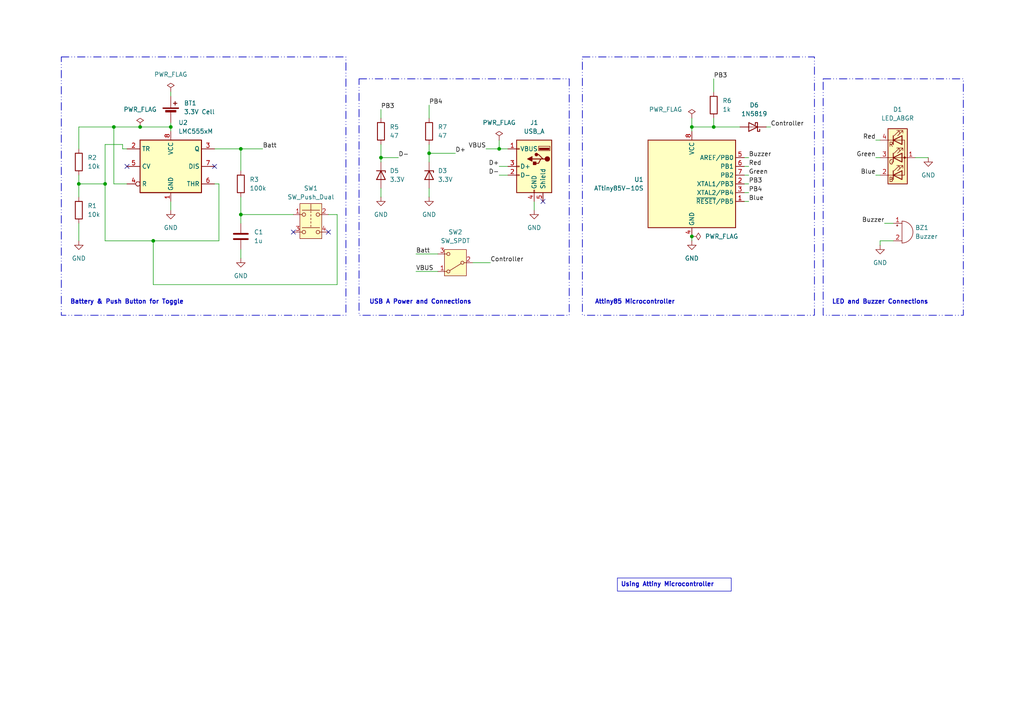
<source format=kicad_sch>
(kicad_sch (version 20231120) (generator "eeschema") (generator_version "8.0")
  (paper "A4")
  (title_block (title "Programmable RGB and Buzzer with USB") (date "2024-07-05") (rev "v.01") (company "Vaibhav Nrupnarayan"))
  (lib_symbols
    (symbol "Connector:USB_A" (pin_names (offset 1.016))
      (property "Reference" "J" (at -5.08 11.43 0))
      (property "Value" "USB_A" (at -5.08 8.89 0))
      (symbol "USB_A_0_1"
        (rectangle (start -5.08 -7.62) (end 5.08 7.62) (stroke (width 0.254)) (fill (type background)))
        (circle (center -3.81 2.159) (radius 0.635) (stroke (width 0.254)) (fill (type outline)))
        (rectangle (start -1.524 4.826) (end -4.318 5.334) (fill (type outline)))
        (rectangle (start -1.27 4.572) (end -4.572 5.842))
        (circle (center -0.635 3.429) (radius 0.381) (stroke (width 0.254)) (fill (type outline)))
        (rectangle (start -0.127 -7.62) (end 0.127 -6.858))
        (polyline (pts (xy -3.175 2.159) (xy -2.54 2.159) (xy -1.27 3.429) (xy -0.635 3.429)) (stroke (width 0.254)))
        (polyline (pts (xy -2.54 2.159) (xy -1.905 2.159) (xy -1.27 0.889) (xy 0 0.889)) (stroke (width 0.254)))
        (polyline (pts (xy 0.635 2.794) (xy 0.635 1.524) (xy 1.905 2.159) (xy 0.635 2.794)) (stroke (width 0.254)) (fill (type outline)))
        (rectangle (start 0.254 1.27) (end -0.508 0.508) (stroke (width 0.254)) (fill (type outline)))
        (rectangle (start 5.08 -2.667) (end 4.318 -2.413))
        (rectangle (start 5.08 -0.127) (end 4.318 0.127))
        (rectangle (start 5.08 4.953) (end 4.318 5.207))
      )
      (symbol "USB_A_1_1"
        (polyline (pts (xy -1.905 2.159) (xy 0.635 2.159)) (stroke (width 0.254)))
        (pin power_in line (at 7.62 5.08 180) (length 2.54) (name "VBUS") (number "1"))
        (pin bidirectional line (at 7.62 -2.54 180) (length 2.54) (name "D-") (number "2"))
        (pin bidirectional line (at 7.62 0 180) (length 2.54) (name "D+") (number "3"))
        (pin power_in line (at 0 -10.16 90) (length 2.54) (name "GND") (number "4"))
        (pin passive line (at -2.54 -10.16 90) (length 2.54) (name "Shield") (number "5"))
      )
    )
    (symbol "Device:Battery_Cell" (pin_numbers hide) (pin_names (offset 0) hide)
      (property "Reference" "BT" (at 2.54 2.54 0))
      (property "Value" "Battery_Cell" (at 2.54 0 0))
      (symbol "Battery_Cell_0_1"
        (rectangle (start -2.286 1.778) (end 2.286 1.524) (fill (type outline)))
        (rectangle (start -1.524 1.016) (end 1.524 0.508) (fill (type outline)))
        (polyline (pts (xy 0 0.762) (xy 0 0)))
        (polyline (pts (xy 0 1.778) (xy 0 2.54)))
        (polyline (pts (xy 0.762 3.048) (xy 1.778 3.048)) (stroke (width 0.254)))
        (polyline (pts (xy 1.27 3.556) (xy 1.27 2.54)) (stroke (width 0.254)))
      )
      (symbol "Battery_Cell_1_1"
        (pin passive line (at 0 5.08 270) (length 2.54) (name "+") (number "1"))
        (pin passive line (at 0 -2.54 90) (length 2.54) (name "-") (number "2"))
      )
    )
    (symbol "Device:Buzzer" (pin_names (offset 0.0254) hide)
      (property "Reference" "BZ" (at 3.81 1.27 0))
      (property "Value" "Buzzer" (at 3.81 -1.27 0))
      (symbol "Buzzer_0_1"
        (arc (start 0 -3.175) (mid 3.1612 0) (end 0 3.175))
        (polyline (pts (xy -1.651 1.905) (xy -1.143 1.905)))
        (polyline (pts (xy -1.397 2.159) (xy -1.397 1.651)))
        (polyline (pts (xy 0 3.175) (xy 0 -3.175)))
      )
      (symbol "Buzzer_1_1"
        (pin passive line (at -2.54 2.54 0) (length 2.54) (name "+") (number "1"))
        (pin passive line (at -2.54 -2.54 0) (length 2.54) (name "-") (number "2"))
      )
    )
    (symbol "Device:C" (pin_numbers hide) (pin_names (offset 0.254))
      (property "Reference" "C" (at 0.635 2.54 0))
      (property "Value" "C" (at 0.635 -2.54 0))
      (symbol "C_0_1"
        (polyline (pts (xy -2.032 -0.762) (xy 2.032 -0.762)) (stroke (width 0.508)))
        (polyline (pts (xy -2.032 0.762) (xy 2.032 0.762)) (stroke (width 0.508)))
      )
      (symbol "C_1_1"
        (pin passive line (at 0 3.81 270) (length 2.794) (name "~") (number "1"))
        (pin passive line (at 0 -3.81 90) (length 2.794) (name "~") (number "2"))
      )
    )
    (symbol "Device:D_Zener" (pin_numbers hide) (pin_names (offset 1.016) hide)
      (property "Reference" "D" (at 0 2.54 0))
      (property "Value" "D_Zener" (at 0 -2.54 0))
      (symbol "D_Zener_0_1"
        (polyline (pts (xy 1.27 0) (xy -1.27 0)))
        (polyline (pts (xy -1.27 -1.27) (xy -1.27 1.27) (xy -0.762 1.27)) (stroke (width 0.254)))
        (polyline (pts (xy 1.27 -1.27) (xy 1.27 1.27) (xy -1.27 0) (xy 1.27 -1.27)) (stroke (width 0.254)))
      )
      (symbol "D_Zener_1_1"
        (pin passive line (at -3.81 0 0) (length 2.54) (name "K") (number "1"))
        (pin passive line (at 3.81 0 180) (length 2.54) (name "A") (number "2"))
      )
    )
    (symbol "Device:LED_ABGR" (pin_names (offset 0) hide)
      (property "Reference" "D" (at 0 9.398 0))
      (property "Value" "LED_ABGR" (at 0 -8.89 0))
      (symbol "LED_ABGR_0_0"
        (text "B" (at -1.905 -6.35 0) (effects (font (size 1.27 1.27))))
        (text "G" (at -1.905 -1.27 0) (effects (font (size 1.27 1.27))))
        (text "R" (at -1.905 3.81 0) (effects (font (size 1.27 1.27))))
      )
      (symbol "LED_ABGR_0_1"
        (polyline (pts (xy -1.27 -5.08) (xy -2.54 -5.08)))
        (polyline (pts (xy -1.27 -5.08) (xy 1.27 -5.08)))
        (polyline (pts (xy -1.27 -3.81) (xy -1.27 -6.35)) (stroke (width 0.254)))
        (polyline (pts (xy -1.27 0) (xy -2.54 0)))
        (polyline (pts (xy -1.27 1.27) (xy -1.27 -1.27)) (stroke (width 0.254)))
        (polyline (pts (xy -1.27 5.08) (xy -2.54 5.08)))
        (polyline (pts (xy -1.27 5.08) (xy 1.27 5.08)))
        (polyline (pts (xy -1.27 6.35) (xy -1.27 3.81)) (stroke (width 0.254)))
        (polyline (pts (xy 1.27 0) (xy -1.27 0)))
        (polyline (pts (xy 1.27 0) (xy 2.54 0)))
        (polyline (pts (xy -1.27 1.27) (xy -1.27 -1.27) (xy -1.27 -1.27)))
        (polyline (pts (xy -1.27 6.35) (xy -1.27 3.81) (xy -1.27 3.81)))
        (polyline (pts (xy 1.27 -5.08) (xy 2.032 -5.08) (xy 2.032 5.08) (xy 1.27 5.08)))
        (polyline (pts (xy 1.27 -3.81) (xy 1.27 -6.35) (xy -1.27 -5.08) (xy 1.27 -3.81)) (stroke (width 0.254)))
        (polyline (pts (xy 1.27 1.27) (xy 1.27 -1.27) (xy -1.27 0) (xy 1.27 1.27)) (stroke (width 0.254)))
        (polyline (pts (xy 1.27 6.35) (xy 1.27 3.81) (xy -1.27 5.08) (xy 1.27 6.35)) (stroke (width 0.254)))
        (polyline (pts (xy -1.016 -3.81) (xy 0.508 -2.286) (xy -0.254 -2.286) (xy 0.508 -2.286) (xy 0.508 -3.048)))
        (polyline (pts (xy -1.016 1.27) (xy 0.508 2.794) (xy -0.254 2.794) (xy 0.508 2.794) (xy 0.508 2.032)))
        (polyline (pts (xy -1.016 6.35) (xy 0.508 7.874) (xy -0.254 7.874) (xy 0.508 7.874) (xy 0.508 7.112)))
        (polyline (pts (xy 0 -3.81) (xy 1.524 -2.286) (xy 0.762 -2.286) (xy 1.524 -2.286) (xy 1.524 -3.048)))
        (polyline (pts (xy 0 1.27) (xy 1.524 2.794) (xy 0.762 2.794) (xy 1.524 2.794) (xy 1.524 2.032)))
        (polyline (pts (xy 0 6.35) (xy 1.524 7.874) (xy 0.762 7.874) (xy 1.524 7.874) (xy 1.524 7.112)))
        (rectangle (start 1.27 -1.27) (end 1.27 1.27))
        (rectangle (start 1.27 1.27) (end 1.27 1.27))
        (rectangle (start 1.27 3.81) (end 1.27 6.35))
        (rectangle (start 1.27 6.35) (end 1.27 6.35))
        (circle (center 2.032 0) (radius 0.254) (fill (type outline)))
        (rectangle (start 2.794 8.382) (end -2.794 -7.62) (stroke (width 0.254)) (fill (type background)))
      )
      (symbol "LED_ABGR_1_1"
        (pin passive line (at 5.08 0 180) (length 2.54) (name "A") (number "1"))
        (pin passive line (at -5.08 -5.08 0) (length 2.54) (name "BK") (number "2"))
        (pin passive line (at -5.08 0 0) (length 2.54) (name "GK") (number "3"))
        (pin passive line (at -5.08 5.08 0) (length 2.54) (name "RK") (number "4"))
      )
    )
    (symbol "Device:R" (pin_numbers hide) (pin_names (offset 0))
      (property "Reference" "R" (at 2.032 0 90))
      (property "Value" "R" (at 0 0 90))
      (symbol "R_0_1"
        (rectangle (start -1.016 -2.54) (end 1.016 2.54) (stroke (width 0.254)))
      )
      (symbol "R_1_1"
        (pin passive line (at 0 3.81 270) (length 1.27) (name "~") (number "1"))
        (pin passive line (at 0 -3.81 90) (length 1.27) (name "~") (number "2"))
      )
    )
    (symbol "Diode:1N5819" (pin_numbers hide) (pin_names (offset 1.016) hide)
      (property "Reference" "D" (at 0 2.54 0))
      (property "Value" "1N5819" (at 0 -2.54 0))
      (symbol "1N5819_0_1"
        (polyline (pts (xy 1.27 0) (xy -1.27 0)))
        (polyline (pts (xy 1.27 1.27) (xy 1.27 -1.27) (xy -1.27 0) (xy 1.27 1.27)) (stroke (width 0.254)))
        (polyline (pts (xy -1.905 0.635) (xy -1.905 1.27) (xy -1.27 1.27) (xy -1.27 -1.27) (xy -0.635 -1.27) (xy -0.635 -0.635)) (stroke (width 0.254)))
      )
      (symbol "1N5819_1_1"
        (pin passive line (at -3.81 0 0) (length 2.54) (name "K") (number "1"))
        (pin passive line (at 3.81 0 180) (length 2.54) (name "A") (number "2"))
      )
    )
    (symbol "MCU_Microchip_ATtiny:ATtiny85V-10S"
      (property "Reference" "U" (at -12.7 13.97 0))
      (property "Value" "ATtiny85V-10S" (at 2.54 -13.97 0))
      (symbol "ATtiny85V-10S_0_1"
        (rectangle (start -12.7 -12.7) (end 12.7 12.7) (stroke (width 0.254)) (fill (type background)))
      )
      (symbol "ATtiny85V-10S_1_1"
        (pin bidirectional line (at 15.24 -5.08 180) (length 2.54) (name "~{RESET}/PB5") (number "1"))
        (pin bidirectional line (at 15.24 0 180) (length 2.54) (name "XTAL1/PB3") (number "2"))
        (pin bidirectional line (at 15.24 -2.54 180) (length 2.54) (name "XTAL2/PB4") (number "3"))
        (pin power_in line (at 0 -15.24 90) (length 2.54) (name "GND") (number "4"))
        (pin bidirectional line (at 15.24 7.62 180) (length 2.54) (name "AREF/PB0") (number "5"))
        (pin bidirectional line (at 15.24 5.08 180) (length 2.54) (name "PB1") (number "6"))
        (pin bidirectional line (at 15.24 2.54 180) (length 2.54) (name "PB2") (number "7"))
        (pin power_in line (at 0 15.24 270) (length 2.54) (name "VCC") (number "8"))
      )
    )
    (symbol "Switch:SW_Push_Dual" (pin_names (offset 1.016) hide)
      (property "Reference" "SW" (at 0 7.62 0))
      (property "Value" "SW_Push_Dual" (at 0 -6.35 0))
      (symbol "SW_Push_Dual_0_1"
        (circle (center -2.032 -2.54) (radius 0.508))
        (circle (center -2.032 2.54) (radius 0.508))
        (polyline (pts (xy 0 -0.508) (xy 0 -1.016)))
        (polyline (pts (xy 0 0.508) (xy 0 0)))
        (polyline (pts (xy 0 1.016) (xy 0 1.524)))
        (polyline (pts (xy 0 2.032) (xy 0 2.54)))
        (polyline (pts (xy 0 3.048) (xy 0 3.556)))
        (polyline (pts (xy 0 3.81) (xy 0 5.588)))
        (polyline (pts (xy 2.54 -1.27) (xy -2.54 -1.27)))
        (polyline (pts (xy 2.54 3.81) (xy -2.54 3.81)))
        (circle (center 2.032 -2.54) (radius 0.508))
        (circle (center 2.032 2.54) (radius 0.508))
        (pin passive line (at -5.08 2.54 0) (length 2.54) (name "1") (number "1"))
        (pin passive line (at 5.08 2.54 180) (length 2.54) (name "2") (number "2"))
        (pin passive line (at -5.08 -2.54 0) (length 2.54) (name "3") (number "3"))
        (pin passive line (at 5.08 -2.54 180) (length 2.54) (name "4") (number "4"))
      )
      (symbol "SW_Push_Dual_1_1"
        (rectangle (start -3.175 5.715) (end 3.175 -4.445) (fill (type background)))
      )
    )
    (symbol "Switch:SW_SPDT" (pin_names (offset 0) hide)
      (property "Reference" "SW" (at 0 5.08 0))
      (property "Value" "SW_SPDT" (at 0 -5.08 0))
      (symbol "SW_SPDT_0_1"
        (circle (center -2.032 0) (radius 0.4572))
        (polyline (pts (xy -1.651 0.254) (xy 1.651 2.286)))
        (circle (center 2.032 -2.54) (radius 0.4572))
        (circle (center 2.032 2.54) (radius 0.4572))
      )
      (symbol "SW_SPDT_1_1"
        (rectangle (start -3.175 3.81) (end 3.175 -3.81) (fill (type background)))
        (pin passive line (at 5.08 2.54 180) (length 2.54) (name "A") (number "1"))
        (pin passive line (at -5.08 0 0) (length 2.54) (name "B") (number "2"))
        (pin passive line (at 5.08 -2.54 180) (length 2.54) (name "C") (number "3"))
      )
    )
    (symbol "Timer:LMC555xM"
      (property "Reference" "U" (at -10.16 8.89 0))
      (property "Value" "LMC555xM" (at 2.54 8.89 0))
      (symbol "LMC555xM_0_0"
        (pin power_in line (at 0 -10.16 90) (length 2.54) (name "GND") (number "1"))
        (pin power_in line (at 0 10.16 270) (length 2.54) (name "VCC") (number "8"))
      )
      (symbol "LMC555xM_0_1"
        (rectangle (start -8.89 -7.62) (end 8.89 7.62) (stroke (width 0.254)) (fill (type background)))
        (rectangle (start -8.89 -7.62) (end 8.89 7.62) (stroke (width 0.254)) (fill (type background)))
      )
      (symbol "LMC555xM_1_1"
        (pin input line (at -12.7 5.08 0) (length 3.81) (name "TR") (number "2"))
        (pin output line (at 12.7 5.08 180) (length 3.81) (name "Q") (number "3"))
        (pin input inverted (at -12.7 -5.08 0) (length 3.81) (name "R") (number "4"))
        (pin input line (at -12.7 0 0) (length 3.81) (name "CV") (number "5"))
        (pin input line (at 12.7 -5.08 180) (length 3.81) (name "THR") (number "6"))
        (pin input line (at 12.7 0 180) (length 3.81) (name "DIS") (number "7"))
      )
    )
    (symbol "power:GND" (power) (pin_numbers hide) (pin_names (offset 0) hide)
      (property "Value" "GND" (at 0 -3.81 0))
      (symbol "GND_0_1"
        (polyline (pts (xy 0 0) (xy 0 -1.27) (xy 1.27 -1.27) (xy 0 -2.54) (xy -1.27 -1.27) (xy 0 -1.27)))
      )
      (symbol "GND_1_1"
        (pin power_in line (at 0 0 270) (length 0) (name "~") (number "1"))
      )
    )
    (symbol "power:PWR_FLAG" (power) (pin_numbers hide) (pin_names (offset 0) hide)
      (property "Value" "PWR_FLAG" (at 0 3.81 0))
      (symbol "PWR_FLAG_0_0"
        (pin power_out line (at 0 0 90) (length 0) (name "~") (number "1"))
      )
      (symbol "PWR_FLAG_0_1"
        (polyline (pts (xy 0 0) (xy 0 1.27) (xy -1.016 1.905) (xy 0 2.54) (xy 1.016 1.905) (xy 0 1.27)))
      )
    )
  )
  (junction (at 22.86 53.34))
  (junction (at 33.02 36.83))
  (junction (at 144.78 43.18))
  (junction (at 124.46 44.45))
  (junction (at 44.45 69.85))
  (junction (at 200.66 68.58))
  (junction (at 207.01 36.83))
  (junction (at 200.66 36.83))
  (junction (at 30.48 53.34))
  (junction (at 69.85 43.18))
  (junction (at 40.64 36.83))
  (junction (at 110.49 45.72))
  (junction (at 69.85 62.23))
  (junction (at 49.53 36.83))
  (no_connect (at 95.25 67.31))
  (no_connect (at 85.09 67.31))
  (no_connect (at 36.83 48.26))
  (no_connect (at 62.23 48.26))
  (no_connect (at 157.48 58.42))
  (wire (pts (xy 217.17 48.26) (xy 215.9 48.26)))
  (wire (pts (xy 256.54 64.77) (xy 259.08 64.77)))
  (wire (pts (xy 200.66 69.85) (xy 200.66 68.58)))
  (wire (pts (xy 62.23 53.34) (xy 63.5 53.34)))
  (wire (pts (xy 110.49 45.72) (xy 110.49 46.99)))
  (wire (pts (xy 30.48 41.91) (xy 30.48 53.34)))
  (wire (pts (xy 124.46 44.45) (xy 132.08 44.45)))
  (wire (pts (xy 254 50.8) (xy 255.27 50.8)))
  (wire (pts (xy 144.78 50.8) (xy 147.32 50.8)))
  (wire (pts (xy 69.85 49.53) (xy 69.85 43.18)))
  (wire (pts (xy 35.56 41.91) (xy 35.56 43.18)))
  (wire (pts (xy 144.78 48.26) (xy 147.32 48.26)))
  (wire (pts (xy 215.9 50.8) (xy 217.17 50.8)))
  (wire (pts (xy 49.53 36.83) (xy 49.53 38.1)))
  (wire (pts (xy 217.17 53.34) (xy 215.9 53.34)))
  (wire (pts (xy 222.25 36.83) (xy 223.52 36.83)))
  (wire (pts (xy 22.86 36.83) (xy 33.02 36.83)))
  (wire (pts (xy 110.49 41.91) (xy 110.49 45.72)))
  (wire (pts (xy 110.49 54.61) (xy 110.49 57.15)))
  (wire (pts (xy 33.02 53.34) (xy 33.02 36.83)))
  (wire (pts (xy 124.46 44.45) (xy 124.46 46.99)))
  (wire (pts (xy 69.85 72.39) (xy 69.85 74.93)))
  (wire (pts (xy 69.85 62.23) (xy 85.09 62.23)))
  (wire (pts (xy 49.53 58.42) (xy 49.53 60.96)))
  (wire (pts (xy 63.5 53.34) (xy 63.5 69.85)))
  (wire (pts (xy 207.01 36.83) (xy 214.63 36.83)))
  (wire (pts (xy 254 40.64) (xy 255.27 40.64)))
  (wire (pts (xy 97.79 82.55) (xy 44.45 82.55)))
  (wire (pts (xy 97.79 62.23) (xy 95.25 62.23)))
  (wire (pts (xy 30.48 41.91) (xy 35.56 41.91)))
  (wire (pts (xy 137.16 76.2) (xy 142.24 76.2)))
  (wire (pts (xy 30.48 69.85) (xy 30.48 53.34)))
  (wire (pts (xy 215.9 58.42) (xy 217.17 58.42)))
  (wire (pts (xy 62.23 43.18) (xy 69.85 43.18)))
  (wire (pts (xy 69.85 62.23) (xy 69.85 64.77)))
  (wire (pts (xy 124.46 54.61) (xy 124.46 57.15)))
  (wire (pts (xy 200.66 34.29) (xy 200.66 36.83)))
  (wire (pts (xy 30.48 53.34) (xy 22.86 53.34)))
  (wire (pts (xy 144.78 40.64) (xy 144.78 43.18)))
  (wire (pts (xy 110.49 31.75) (xy 110.49 34.29)))
  (wire (pts (xy 49.53 26.67) (xy 49.53 27.94)))
  (wire (pts (xy 255.27 69.85) (xy 259.08 69.85)))
  (wire (pts (xy 22.86 50.8) (xy 22.86 53.34)))
  (wire (pts (xy 22.86 53.34) (xy 22.86 57.15)))
  (wire (pts (xy 217.17 55.88) (xy 215.9 55.88)))
  (wire (pts (xy 22.86 43.18) (xy 22.86 36.83)))
  (wire (pts (xy 69.85 43.18) (xy 76.2 43.18)))
  (wire (pts (xy 33.02 36.83) (xy 40.64 36.83)))
  (wire (pts (xy 254 45.72) (xy 255.27 45.72)))
  (wire (pts (xy 144.78 43.18) (xy 147.32 43.18)))
  (wire (pts (xy 120.65 78.74) (xy 127 78.74)))
  (wire (pts (xy 36.83 53.34) (xy 33.02 53.34)))
  (wire (pts (xy 124.46 30.48) (xy 124.46 34.29)))
  (wire (pts (xy 49.53 35.56) (xy 49.53 36.83)))
  (wire (pts (xy 44.45 69.85) (xy 63.5 69.85)))
  (wire (pts (xy 97.79 62.23) (xy 97.79 82.55)))
  (wire (pts (xy 44.45 82.55) (xy 44.45 69.85)))
  (wire (pts (xy 154.94 58.42) (xy 154.94 60.96)))
  (wire (pts (xy 44.45 69.85) (xy 30.48 69.85)))
  (wire (pts (xy 22.86 64.77) (xy 22.86 69.85)))
  (wire (pts (xy 110.49 45.72) (xy 115.57 45.72)))
  (wire (pts (xy 124.46 41.91) (xy 124.46 44.45)))
  (wire (pts (xy 207.01 34.29) (xy 207.01 36.83)))
  (wire (pts (xy 200.66 36.83) (xy 207.01 36.83)))
  (wire (pts (xy 255.27 69.85) (xy 255.27 71.12)))
  (wire (pts (xy 215.9 45.72) (xy 217.17 45.72)))
  (wire (pts (xy 207.01 22.86) (xy 207.01 26.67)))
  (wire (pts (xy 120.65 73.66) (xy 127 73.66)))
  (wire (pts (xy 69.85 57.15) (xy 69.85 62.23)))
  (wire (pts (xy 35.56 43.18) (xy 36.83 43.18)))
  (wire (pts (xy 40.64 36.83) (xy 49.53 36.83)))
  (wire (pts (xy 140.97 43.18) (xy 144.78 43.18)))
  (wire (pts (xy 200.66 36.83) (xy 200.66 38.1)))
  (wire (pts (xy 265.43 45.72) (xy 269.24 45.72)))
  (rectangle (start 238.76 22.86) (end 279.4 91.44) (stroke (width 0.2) (type dash_dot_dot)))
  (rectangle (start 168.91 16.51) (end 236.22 91.44) (stroke (width 0.2) (type dash_dot_dot)))
  (rectangle (start 17.78 16.51) (end 100.33 91.44) (stroke (width 0.2) (type dash_dot_dot)))
  (rectangle (start 104.14 22.86) (end 165.1 91.44) (stroke (width 0.2) (type dash_dot_dot)))
  (text_box "Using Attiny Microcontroller\n" (at 179.07 167.64 0) (size 33.02 3.81) (effects (font (size 1.27 1.27) (bold yes)) (justify left top)))
  (text "Attiny85 Microcontroller\n" (at 184.15 87.63 0) (effects (font (size 1.27 1.27) (thickness 0.254) (bold yes))))
  (text "Battery & Push Button for Toggle" (at 36.83 87.63 0) (effects (font (size 1.27 1.27) (thickness 0.254) (bold yes))))
  (text "USB A Power and Connections\n" (at 121.92 87.63 0) (effects (font (size 1.27 1.27) (bold yes))))
  (text "LED and Buzzer Connections" (at 255.27 87.63 0) (effects (font (size 1.27 1.27) (bold yes))))
  (label "Green" (at 217.17 50.8 0))
  (label "PB3" (at 217.17 53.34 0))
  (label "PB4" (at 217.17 55.88 0))
  (label "PB3" (at 110.49 31.75 0))
  (label "Buzzer" (at 217.17 45.72 0))
  (label "Green" (at 254 45.72 180))
  (label "D-" (at 144.78 50.8 180))
  (label "Batt" (at 120.65 73.66 0))
  (label "Controller" (at 223.52 36.83 0))
  (label "Blue" (at 254 50.8 180))
  (label "PB4" (at 124.46 30.48 0))
  (label "Red" (at 254 40.64 180))
  (label "D+" (at 132.08 44.45 0))
  (label "VBUS" (at 140.97 43.18 180))
  (label "Blue" (at 217.17 58.42 0))
  (label "Batt" (at 76.2 43.18 0))
  (label "PB3" (at 207.01 22.86 0))
  (label "D+" (at 144.78 48.26 180))
  (label "VBUS" (at 120.65 78.74 0))
  (label "Buzzer" (at 256.54 64.77 180))
  (label "Controller" (at 142.24 76.2 0))
  (label "Red" (at 217.17 48.26 0))
  (label "D-" (at 115.57 45.72 0))
  (symbol (lib_id "power:PWR_FLAG") (at 40.64 36.83 0) (unit 1)
    (property "Reference" "#FLG05" (effects (hide yes)))
    (property "Value" "PWR_FLAG" (at 40.64 31.75 0))
    (property "Description" "Special symbol for telling ERC where power comes from" (effects (hide yes)))
  )
  (symbol (lib_id "Device:R") (at 207.01 30.48 0) (unit 1)
    (property "Reference" "R6" (at 209.55 29.2099 0) (effects (justify left)))
    (property "Value" "1k" (at 209.55 31.7499 0) (effects (justify left)))
    (property "Footprint" "Resistor_SMD:R_0805_2012Metric" (effects (hide yes)))
    (property "Description" "Resistor" (effects (hide yes)))
  )
  (symbol (lib_id "MCU_Microchip_ATtiny:ATtiny85V-10S") (at 200.66 53.34 0) (unit 1)
    (property "Reference" "U1" (at 186.69 52.0699 0) (effects (justify right)))
    (property "Value" "ATtiny85V-10S" (at 186.69 54.6099 0) (effects (justify right)))
    (property "Footprint" "Package_SO:SOIC-8W_5.3x5.3mm_P1.27mm" (effects (hide yes)))
    (property "Datasheet" "http://ww1.microchip.com/downloads/en/DeviceDoc/atmel-2586-avr-8-bit-microcontroller-attiny25-attiny45-attiny85_datasheet.pdf" (effects (hide yes)))
    (property "Description" "10MHz, 8kB Flash, 512B SRAM, 512B EEPROM, debugWIRE, SOIC-8W" (effects (hide yes)))
  )
  (symbol (lib_id "Device:D_Zener") (at 110.49 50.8 270) (unit 1)
    (property "Reference" "D5" (at 113.03 49.5299 90) (effects (justify left)))
    (property "Value" "3.3V" (at 113.03 52.0699 90) (effects (justify left)))
    (property "Footprint" "Diode_SMD:D_1206_3216Metric" (effects (hide yes)))
    (property "Description" "Zener diode" (effects (hide yes)))
  )
  (symbol (lib_id "Device:Buzzer") (at 261.62 67.31 0) (unit 1)
    (property "Reference" "BZ1" (at 265.43 66.0399 0) (effects (justify left)))
    (property "Value" "Buzzer" (at 265.43 68.5799 0) (effects (justify left)))
    (property "Footprint" "Buzzer_Beeper:Buzzer_12x9.5RM7.6" (effects (hide yes)))
    (property "Description" "Buzzer, polarized" (effects (hide yes)))
  )
  (symbol (lib_id "power:PWR_FLAG") (at 144.78 40.64 0) (unit 1)
    (property "Reference" "#FLG03" (effects (hide yes)))
    (property "Value" "PWR_FLAG" (at 144.78 35.56 0))
    (property "Description" "Special symbol for telling ERC where power comes from" (effects (hide yes)))
  )
  (symbol (lib_id "Connector:USB_A") (at 154.94 48.26 0) (mirror y) (unit 1)
    (property "Reference" "J1" (at 154.94 35.56 0))
    (property "Value" "USB_A" (at 154.94 38.1 0))
    (property "Footprint" "Connector_USB:USB_A_Molex_48037-2200_Horizontal" (effects (hide yes)))
    (property "Datasheet" " ~" (effects (hide yes)))
    (property "Description" "USB Type A connector" (effects (hide yes)))
  )
  (symbol (lib_id "power:GND") (at 269.24 45.72 0) (unit 1)
    (property "Reference" "#PWR08" (effects (hide yes)))
    (property "Value" "GND" (at 269.24 50.8 0))
    (property "Description" "Power symbol creates a global label with name \"GND\" , ground" (effects (hide yes)))
  )
  (symbol (lib_id "Timer:LMC555xM") (at 49.53 48.26 0) (unit 1)
    (property "Reference" "U2" (at 51.7241 35.56 0) (effects (justify left)))
    (property "Value" "LMC555xM" (at 51.7241 38.1 0) (effects (justify left)))
    (property "Footprint" "Package_SO:SOIC-8_3.9x4.9mm_P1.27mm" (effects (hide yes)))
    (property "Datasheet" "http://www.ti.com/lit/ds/symlink/lmc555.pdf" (effects (hide yes)))
    (property "Description" "CMOS Timer, 555 compatible, SOIC-8" (effects (hide yes)))
  )
  (symbol (lib_id "power:PWR_FLAG") (at 200.66 68.58 270) (unit 1)
    (property "Reference" "#FLG02" (effects (hide yes)))
    (property "Value" "PWR_FLAG" (at 204.47 68.5799 90) (effects (justify left)))
    (property "Description" "Special symbol for telling ERC where power comes from" (effects (hide yes)))
  )
  (symbol (lib_id "power:GND") (at 69.85 74.93 0) (unit 1)
    (property "Reference" "#PWR05" (effects (hide yes)))
    (property "Value" "GND" (at 69.85 80.01 0))
    (property "Description" "Power symbol creates a global label with name \"GND\" , ground" (effects (hide yes)))
  )
  (symbol (lib_id "Switch:SW_Push_Dual") (at 90.17 64.77 0) (unit 1)
    (property "Reference" "SW1" (at 90.17 54.61 0))
    (property "Value" "SW_Push_Dual" (at 90.17 57.15 0))
    (property "Footprint" "Button_Switch_THT:SW_Push_2P1T_Toggle_CK_PVA1xxH4xxxxxxV2" (effects (hide yes)))
    (property "Description" "Push button switch, generic, symbol, four pins" (effects (hide yes)))
  )
  (symbol (lib_id "Device:C") (at 69.85 68.58 0) (unit 1)
    (property "Reference" "C1" (at 73.66 67.3099 0) (effects (justify left)))
    (property "Value" "1u" (at 73.66 69.8499 0) (effects (justify left)))
    (property "Footprint" "Capacitor_SMD:C_0805_2012Metric" (effects (hide yes)))
    (property "Description" "Unpolarized capacitor" (effects (hide yes)))
  )
  (symbol (lib_id "Device:LED_ABGR") (at 260.35 45.72 0) (unit 1)
    (property "Reference" "D1" (at 260.35 31.75 0))
    (property "Value" "LED_ABGR" (at 260.35 34.29 0))
    (property "Footprint" "LED_SMD:LED_RGB_1210" (effects (hide yes)))
    (property "Description" "RGB LED, anode/blue/green/red" (effects (hide yes)))
  )
  (symbol (lib_id "Device:R") (at 22.86 60.96 0) (unit 1)
    (property "Reference" "R1" (at 25.4 59.6899 0) (effects (justify left)))
    (property "Value" "10k" (at 25.4 62.2299 0) (effects (justify left)))
    (property "Footprint" "Resistor_SMD:R_0805_2012Metric" (effects (hide yes)))
    (property "Description" "Resistor" (effects (hide yes)))
  )
  (symbol (lib_id "power:GND") (at 200.66 69.85 0) (unit 1)
    (property "Reference" "#PWR06" (effects (hide yes)))
    (property "Value" "GND" (at 200.66 74.93 0))
    (property "Description" "Power symbol creates a global label with name \"GND\" , ground" (effects (hide yes)))
  )
  (symbol (lib_id "Device:R") (at 110.49 38.1 0) (unit 1)
    (property "Reference" "R5" (at 113.03 36.8299 0) (effects (justify left)))
    (property "Value" "47" (at 113.03 39.3699 0) (effects (justify left)))
    (property "Footprint" "Resistor_SMD:R_0805_2012Metric" (effects (hide yes)))
    (property "Description" "Resistor" (effects (hide yes)))
  )
  (symbol (lib_id "power:PWR_FLAG") (at 49.53 26.67 0) (unit 1)
    (property "Reference" "#FLG01" (effects (hide yes)))
    (property "Value" "PWR_FLAG" (at 49.53 21.59 0))
    (property "Description" "Special symbol for telling ERC where power comes from" (effects (hide yes)))
  )
  (symbol (lib_id "Device:R") (at 124.46 38.1 0) (unit 1)
    (property "Reference" "R7" (at 127 36.8299 0) (effects (justify left)))
    (property "Value" "47" (at 127 39.3699 0) (effects (justify left)))
    (property "Footprint" "Resistor_SMD:R_0805_2012Metric" (effects (hide yes)))
    (property "Description" "Resistor" (effects (hide yes)))
  )
  (symbol (lib_id "Diode:1N5819") (at 218.44 36.83 180) (unit 1)
    (property "Reference" "D6" (at 218.7575 30.48 0))
    (property "Value" "1N5819" (at 218.7575 33.02 0))
    (property "Footprint" "Diode_THT:D_DO-41_SOD81_P7.62mm_Horizontal" (effects (hide yes)))
    (property "Datasheet" "http://www.vishay.com/docs/88525/1n5817.pdf" (effects (hide yes)))
    (property "Description" "40V 1A Schottky Barrier Rectifier Diode, DO-41" (effects (hide yes)))
  )
  (symbol (lib_id "power:GND") (at 154.94 60.96 0) (unit 1)
    (property "Reference" "#PWR07" (effects (hide yes)))
    (property "Value" "GND" (at 154.94 66.04 0))
    (property "Description" "Power symbol creates a global label with name \"GND\" , ground" (effects (hide yes)))
  )
  (symbol (lib_id "Device:Battery_Cell") (at 49.53 33.02 0) (unit 1)
    (property "Reference" "BT1" (at 53.34 29.9084 0) (effects (justify left)))
    (property "Value" "3.3V Cell" (at 53.34 32.4484 0) (effects (justify left)))
    (property "Footprint" "Battery:BatteryHolder_ComfortableElectronic_CH273-2450_1x2450" (effects (hide yes)))
    (property "Description" "Single-cell battery" (effects (hide yes)))
  )
  (symbol (lib_id "power:GND") (at 110.49 57.15 0) (unit 1)
    (property "Reference" "#PWR09" (effects (hide yes)))
    (property "Value" "GND" (at 110.49 62.23 0))
    (property "Description" "Power symbol creates a global label with name \"GND\" , ground" (effects (hide yes)))
  )
  (symbol (lib_id "power:GND") (at 22.86 69.85 0) (unit 1)
    (property "Reference" "#PWR03" (effects (hide yes)))
    (property "Value" "GND" (at 22.86 74.93 0))
    (property "Description" "Power symbol creates a global label with name \"GND\" , ground" (effects (hide yes)))
  )
  (symbol (lib_id "Device:D_Zener") (at 124.46 50.8 270) (unit 1)
    (property "Reference" "D3" (at 127 49.5299 90) (effects (justify left)))
    (property "Value" "3.3V" (at 127 52.0699 90) (effects (justify left)))
    (property "Footprint" "Diode_SMD:D_1206_3216Metric" (effects (hide yes)))
    (property "Description" "Zener diode" (effects (hide yes)))
  )
  (symbol (lib_id "Switch:SW_SPDT") (at 132.08 76.2 180) (unit 1)
    (property "Reference" "SW2" (at 132.08 67.31 0))
    (property "Value" "SW_SPDT" (at 132.08 69.85 0))
    (property "Footprint" "Button_Switch_SMD:SW_SPDT_PCM12" (effects (hide yes)))
    (property "Description" "Switch, single pole double throw" (effects (hide yes)))
  )
  (symbol (lib_id "power:PWR_FLAG") (at 200.66 34.29 0) (unit 1)
    (property "Reference" "#FLG04" (effects (hide yes)))
    (property "Value" "PWR_FLAG" (at 193.04 31.75 0))
    (property "Description" "Special symbol for telling ERC where power comes from" (effects (hide yes)))
  )
  (symbol (lib_id "Device:R") (at 22.86 46.99 0) (unit 1)
    (property "Reference" "R2" (at 25.4 45.7199 0) (effects (justify left)))
    (property "Value" "10k" (at 25.4 48.2599 0) (effects (justify left)))
    (property "Footprint" "Resistor_SMD:R_0805_2012Metric" (effects (hide yes)))
    (property "Description" "Resistor" (effects (hide yes)))
  )
  (symbol (lib_id "power:GND") (at 49.53 60.96 0) (unit 1)
    (property "Reference" "#PWR01" (effects (hide yes)))
    (property "Value" "GND" (at 49.53 66.04 0))
    (property "Description" "Power symbol creates a global label with name \"GND\" , ground" (effects (hide yes)))
  )
  (symbol (lib_id "power:GND") (at 255.27 71.12 0) (unit 1)
    (property "Reference" "#PWR011" (effects (hide yes)))
    (property "Value" "GND" (at 255.27 76.2 0))
    (property "Description" "Power symbol creates a global label with name \"GND\" , ground" (effects (hide yes)))
  )
  (symbol (lib_id "power:GND") (at 124.46 57.15 0) (unit 1)
    (property "Reference" "#PWR010" (effects (hide yes)))
    (property "Value" "GND" (at 124.46 62.23 0))
    (property "Description" "Power symbol creates a global label with name \"GND\" , ground" (effects (hide yes)))
  )
  (symbol (lib_id "Device:R") (at 69.85 53.34 0) (unit 1)
    (property "Reference" "R3" (at 72.39 52.0699 0) (effects (justify left)))
    (property "Value" "100k" (at 72.39 54.6099 0) (effects (justify left)))
    (property "Footprint" "Resistor_SMD:R_0805_2012Metric" (effects (hide yes)))
    (property "Description" "Resistor" (effects (hide yes)))
  )
)
</source>
